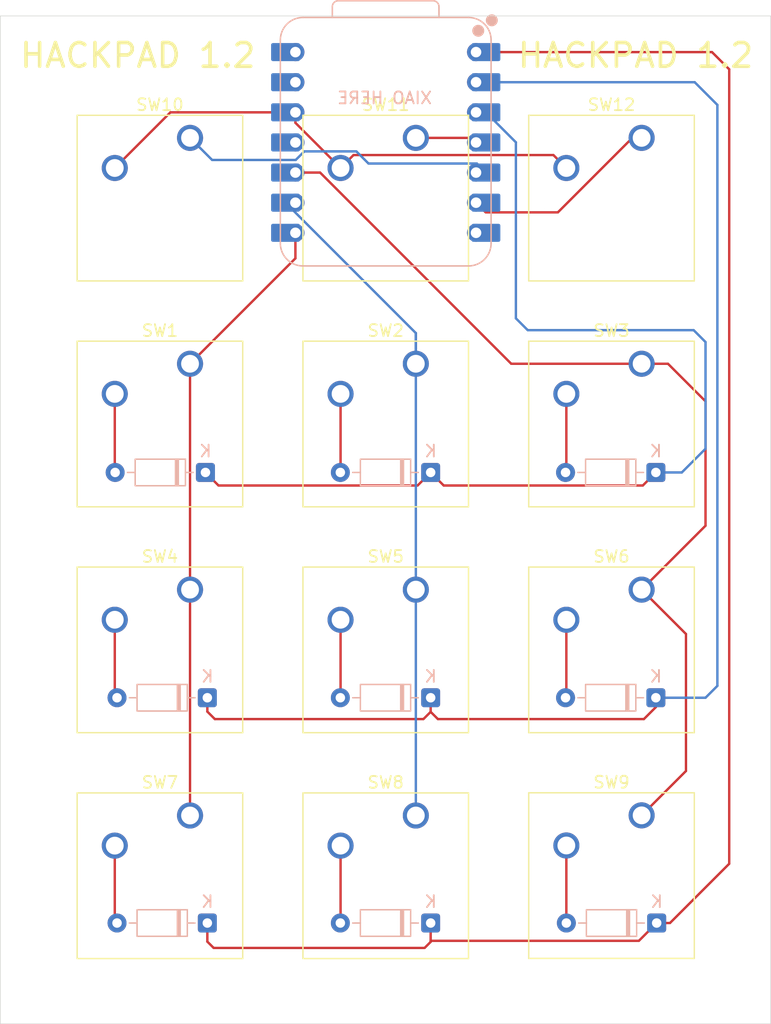
<source format=kicad_pcb>
(kicad_pcb (version 20241229) (generator "pcbnew") (generator_version "9.0")
  (layers (0 "F.Cu" signal) (2 "B.Cu" signal) (13 "F.Paste" user) (15 "B.Paste" user) (5 "F.SilkS" user "F.Silkscreen") (7 "B.SilkS" user "B.Silkscreen") (1 "F.Mask" user) (3 "B.Mask" user) (25 "Edge.Cuts" user))
  (net 0 "")
  (net 1 "Net-(D1-K)")
  (net 2 "Net-(D1-A)")
  (net 3 "Net-(D2-A)")
  (net 4 "Net-(D3-A)")
  (net 5 "Net-(D4-A)")
  (net 6 "Net-(D4-K)")
  (net 7 "Net-(D5-A)")
  (net 8 "Net-(D6-A)")
  (net 9 "Net-(D7-K)")
  (net 10 "Net-(D7-A)")
  (net 11 "Net-(D8-A)")
  (net 12 "Net-(D9-A)")
  (net 13 "Net-(U1-GPIO1{slash}RX)")
  (net 14 "Net-(U1-GPIO2{slash}SCK)")
  (net 15 "Net-(U1-GPIO4{slash}MISO)")
  (net 16 "Net-(U1-GPIO29{slash}ADC3{slash}A3)")
  (net 18 "Net-(U1-3V3)")
  (net 19 "Net-(U1-GPIO6{slash}SDA)")
  (net 20 "Net-(U1-GPIO7{slash}SCL)")
  (footprint "Button_Switch_Keyboard:SW_Cherry_MX_1.00u_PCB" (layer "F.Cu") (at 133.50875 37.7825)
    (property "Reference" "SW10" (at -2.54 -2.794 0) (layer "F.SilkS"))
    (property "Value" "SW_Push")
    (fp_line (start -9.525 -1.905) (end 4.445 -1.905) (stroke (width 0.12)) (layer "F.SilkS"))
    (fp_line (start -9.525 12.065) (end -9.525 -1.905) (stroke (width 0.12)) (layer "F.SilkS"))
    (fp_line (start 4.445 -1.905) (end 4.445 12.065) (stroke (width 0.12)) (layer "F.SilkS"))
    (fp_line (start 4.445 12.065) (end -9.525 12.065) (stroke (width 0.12)) (layer "F.SilkS"))
    (pad "" np_thru_hole circle (at -7.62 5.08) (size 1.7 1.7) (drill 1.7) (layers "*.Cu" "*.Mask"))
    (pad "" np_thru_hole circle (at -2.54 5.08) (size 4 4) (drill 4) (layers "*.Cu" "*.Mask"))
    (pad "" np_thru_hole circle (at 2.54 5.08) (size 1.7 1.7) (drill 1.7) (layers "*.Cu" "*.Mask"))
    (pad "1" thru_hole circle (at 0 0) (size 2.2 2.2) (drill 1.5) (layers "*.Cu" "*.Mask") (net 19 "Net-(U1-GPIO6{slash}SDA)"))
    (pad "2" thru_hole circle (at -6.35 2.54) (size 2.2 2.2) (drill 1.5) (layers "*.Cu" "*.Mask") (net 18 "Net-(U1-3V3)"))
  )
  (footprint "Button_Switch_Keyboard:SW_Cherry_MX_1.00u_PCB" (layer "F.Cu") (at 133.50875 75.8825)
    (property "Reference" "SW4" (at -2.54 -2.794 0) (layer "F.SilkS"))
    (property "Value" "SW_Push")
    (fp_line (start -9.525 -1.905) (end 4.445 -1.905) (stroke (width 0.12)) (layer "F.SilkS"))
    (fp_line (start -9.525 12.065) (end -9.525 -1.905) (stroke (width 0.12)) (layer "F.SilkS"))
    (fp_line (start 4.445 -1.905) (end 4.445 12.065) (stroke (width 0.12)) (layer "F.SilkS"))
    (fp_line (start 4.445 12.065) (end -9.525 12.065) (stroke (width 0.12)) (layer "F.SilkS"))
    (pad "" np_thru_hole circle (at -7.62 5.08) (size 1.7 1.7) (drill 1.7) (layers "*.Cu" "*.Mask"))
    (pad "" np_thru_hole circle (at -2.54 5.08) (size 4 4) (drill 4) (layers "*.Cu" "*.Mask"))
    (pad "" np_thru_hole circle (at 2.54 5.08) (size 1.7 1.7) (drill 1.7) (layers "*.Cu" "*.Mask"))
    (pad "1" thru_hole circle (at 0 0) (size 2.2 2.2) (drill 1.5) (layers "*.Cu" "*.Mask") (net 13 "Net-(U1-GPIO1{slash}RX)"))
    (pad "2" thru_hole circle (at -6.35 2.54) (size 2.2 2.2) (drill 1.5) (layers "*.Cu" "*.Mask") (net 5 "Net-(D4-A)"))
  )
  (footprint "Button_Switch_Keyboard:SW_Cherry_MX_1.00u_PCB" (layer "F.Cu") (at 152.55875 37.7825)
    (property "Reference" "SW11" (at -2.54 -2.794 0) (layer "F.SilkS"))
    (property "Value" "SW_Push")
    (fp_line (start -9.525 -1.905) (end 4.445 -1.905) (stroke (width 0.12)) (layer "F.SilkS"))
    (fp_line (start -9.525 12.065) (end -9.525 -1.905) (stroke (width 0.12)) (layer "F.SilkS"))
    (fp_line (start 4.445 -1.905) (end 4.445 12.065) (stroke (width 0.12)) (layer "F.SilkS"))
    (fp_line (start 4.445 12.065) (end -9.525 12.065) (stroke (width 0.12)) (layer "F.SilkS"))
    (pad "" np_thru_hole circle (at -7.62 5.08) (size 1.7 1.7) (drill 1.7) (layers "*.Cu" "*.Mask"))
    (pad "" np_thru_hole circle (at -2.54 5.08) (size 4 4) (drill 4) (layers "*.Cu" "*.Mask"))
    (pad "" np_thru_hole circle (at 2.54 5.08) (size 1.7 1.7) (drill 1.7) (layers "*.Cu" "*.Mask"))
    (pad "1" thru_hole circle (at 0 0) (size 2.2 2.2) (drill 1.5) (layers "*.Cu" "*.Mask") (net 16 "Net-(U1-GPIO29{slash}ADC3{slash}A3)"))
    (pad "2" thru_hole circle (at -6.35 2.54) (size 2.2 2.2) (drill 1.5) (layers "*.Cu" "*.Mask") (net 18 "Net-(U1-3V3)"))
  )
  (footprint "Button_Switch_Keyboard:SW_Cherry_MX_1.00u_PCB" (layer "F.Cu") (at 171.60875 75.8825)
    (property "Reference" "SW6" (at -2.54 -2.794 0) (layer "F.SilkS"))
    (property "Value" "SW_Push")
    (fp_line (start -9.525 -1.905) (end 4.445 -1.905) (stroke (width 0.12)) (layer "F.SilkS"))
    (fp_line (start -9.525 12.065) (end -9.525 -1.905) (stroke (width 0.12)) (layer "F.SilkS"))
    (fp_line (start 4.445 -1.905) (end 4.445 12.065) (stroke (width 0.12)) (layer "F.SilkS"))
    (fp_line (start 4.445 12.065) (end -9.525 12.065) (stroke (width 0.12)) (layer "F.SilkS"))
    (pad "" np_thru_hole circle (at -7.62 5.08) (size 1.7 1.7) (drill 1.7) (layers "*.Cu" "*.Mask"))
    (pad "" np_thru_hole circle (at -2.54 5.08) (size 4 4) (drill 4) (layers "*.Cu" "*.Mask"))
    (pad "" np_thru_hole circle (at 2.54 5.08) (size 1.7 1.7) (drill 1.7) (layers "*.Cu" "*.Mask"))
    (pad "1" thru_hole circle (at 0 0) (size 2.2 2.2) (drill 1.5) (layers "*.Cu" "*.Mask") (net 15 "Net-(U1-GPIO4{slash}MISO)"))
    (pad "2" thru_hole circle (at -6.35 2.54) (size 2.2 2.2) (drill 1.5) (layers "*.Cu" "*.Mask") (net 8 "Net-(D6-A)"))
  )
  (footprint "Button_Switch_Keyboard:SW_Cherry_MX_1.00u_PCB" (layer "F.Cu") (at 152.55875 56.8325)
    (property "Reference" "SW2" (at -2.54 -2.794 0) (layer "F.SilkS"))
    (property "Value" "SW_Push")
    (fp_line (start -9.525 -1.905) (end 4.445 -1.905) (stroke (width 0.12)) (layer "F.SilkS"))
    (fp_line (start -9.525 12.065) (end -9.525 -1.905) (stroke (width 0.12)) (layer "F.SilkS"))
    (fp_line (start 4.445 -1.905) (end 4.445 12.065) (stroke (width 0.12)) (layer "F.SilkS"))
    (fp_line (start 4.445 12.065) (end -9.525 12.065) (stroke (width 0.12)) (layer "F.SilkS"))
    (pad "" np_thru_hole circle (at -7.62 5.08) (size 1.7 1.7) (drill 1.7) (layers "*.Cu" "*.Mask"))
    (pad "" np_thru_hole circle (at -2.54 5.08) (size 4 4) (drill 4) (layers "*.Cu" "*.Mask"))
    (pad "" np_thru_hole circle (at 2.54 5.08) (size 1.7 1.7) (drill 1.7) (layers "*.Cu" "*.Mask"))
    (pad "1" thru_hole circle (at 0 0) (size 2.2 2.2) (drill 1.5) (layers "*.Cu" "*.Mask") (net 14 "Net-(U1-GPIO2{slash}SCK)"))
    (pad "2" thru_hole circle (at -6.35 2.54) (size 2.2 2.2) (drill 1.5) (layers "*.Cu" "*.Mask") (net 3 "Net-(D2-A)"))
  )
  (footprint "Button_Switch_Keyboard:SW_Cherry_MX_1.00u_PCB" (layer "F.Cu") (at 171.60875 37.7825)
    (property "Reference" "SW12" (at -2.54 -2.794 0) (layer "F.SilkS"))
    (property "Value" "SW_Push")
    (fp_line (start -9.525 -1.905) (end 4.445 -1.905) (stroke (width 0.12)) (layer "F.SilkS"))
    (fp_line (start -9.525 12.065) (end -9.525 -1.905) (stroke (width 0.12)) (layer "F.SilkS"))
    (fp_line (start 4.445 -1.905) (end 4.445 12.065) (stroke (width 0.12)) (layer "F.SilkS"))
    (fp_line (start 4.445 12.065) (end -9.525 12.065) (stroke (width 0.12)) (layer "F.SilkS"))
    (pad "" np_thru_hole circle (at -7.62 5.08) (size 1.7 1.7) (drill 1.7) (layers "*.Cu" "*.Mask"))
    (pad "" np_thru_hole circle (at -2.54 5.08) (size 4 4) (drill 4) (layers "*.Cu" "*.Mask"))
    (pad "" np_thru_hole circle (at 2.54 5.08) (size 1.7 1.7) (drill 1.7) (layers "*.Cu" "*.Mask"))
    (pad "1" thru_hole circle (at 0 0) (size 2.2 2.2) (drill 1.5) (layers "*.Cu" "*.Mask") (net 20 "Net-(U1-GPIO7{slash}SCL)"))
    (pad "2" thru_hole circle (at -6.35 2.54) (size 2.2 2.2) (drill 1.5) (layers "*.Cu" "*.Mask") (net 18 "Net-(U1-3V3)"))
  )
  (footprint "Button_Switch_Keyboard:SW_Cherry_MX_1.00u_PCB" (layer "F.Cu") (at 171.60875 94.92)
    (property "Reference" "SW9" (at -2.54 -2.794 0) (layer "F.SilkS"))
    (property "Value" "SW_Push")
    (fp_line (start -9.525 -1.905) (end 4.445 -1.905) (stroke (width 0.12)) (layer "F.SilkS"))
    (fp_line (start -9.525 12.065) (end -9.525 -1.905) (stroke (width 0.12)) (layer "F.SilkS"))
    (fp_line (start 4.445 -1.905) (end 4.445 12.065) (stroke (width 0.12)) (layer "F.SilkS"))
    (fp_line (start 4.445 12.065) (end -9.525 12.065) (stroke (width 0.12)) (layer "F.SilkS"))
    (pad "" np_thru_hole circle (at -7.62 5.08) (size 1.7 1.7) (drill 1.7) (layers "*.Cu" "*.Mask"))
    (pad "" np_thru_hole circle (at -2.54 5.08) (size 4 4) (drill 4) (layers "*.Cu" "*.Mask"))
    (pad "" np_thru_hole circle (at 2.54 5.08) (size 1.7 1.7) (drill 1.7) (layers "*.Cu" "*.Mask"))
    (pad "1" thru_hole circle (at 0 0) (size 2.2 2.2) (drill 1.5) (layers "*.Cu" "*.Mask") (net 15 "Net-(U1-GPIO4{slash}MISO)"))
    (pad "2" thru_hole circle (at -6.35 2.54) (size 2.2 2.2) (drill 1.5) (layers "*.Cu" "*.Mask") (net 12 "Net-(D9-A)"))
  )
  (footprint "Button_Switch_Keyboard:SW_Cherry_MX_1.00u_PCB" (layer "F.Cu") (at 152.55875 75.8825)
    (property "Reference" "SW5" (at -2.54 -2.794 0) (layer "F.SilkS"))
    (property "Value" "SW_Push")
    (fp_line (start -9.525 -1.905) (end 4.445 -1.905) (stroke (width 0.12)) (layer "F.SilkS"))
    (fp_line (start -9.525 12.065) (end -9.525 -1.905) (stroke (width 0.12)) (layer "F.SilkS"))
    (fp_line (start 4.445 -1.905) (end 4.445 12.065) (stroke (width 0.12)) (layer "F.SilkS"))
    (fp_line (start 4.445 12.065) (end -9.525 12.065) (stroke (width 0.12)) (layer "F.SilkS"))
    (pad "" np_thru_hole circle (at -7.62 5.08) (size 1.7 1.7) (drill 1.7) (layers "*.Cu" "*.Mask"))
    (pad "" np_thru_hole circle (at -2.54 5.08) (size 4 4) (drill 4) (layers "*.Cu" "*.Mask"))
    (pad "" np_thru_hole circle (at 2.54 5.08) (size 1.7 1.7) (drill 1.7) (layers "*.Cu" "*.Mask"))
    (pad "1" thru_hole circle (at 0 0) (size 2.2 2.2) (drill 1.5) (layers "*.Cu" "*.Mask") (net 14 "Net-(U1-GPIO2{slash}SCK)"))
    (pad "2" thru_hole circle (at -6.35 2.54) (size 2.2 2.2) (drill 1.5) (layers "*.Cu" "*.Mask") (net 7 "Net-(D5-A)"))
  )
  (footprint "Button_Switch_Keyboard:SW_Cherry_MX_1.00u_PCB" (layer "F.Cu") (at 133.50875 94.9325)
    (property "Reference" "SW7" (at -2.54 -2.794 0) (layer "F.SilkS"))
    (property "Value" "SW_Push")
    (fp_line (start -9.525 -1.905) (end 4.445 -1.905) (stroke (width 0.12)) (layer "F.SilkS"))
    (fp_line (start -9.525 12.065) (end -9.525 -1.905) (stroke (width 0.12)) (layer "F.SilkS"))
    (fp_line (start 4.445 -1.905) (end 4.445 12.065) (stroke (width 0.12)) (layer "F.SilkS"))
    (fp_line (start 4.445 12.065) (end -9.525 12.065) (stroke (width 0.12)) (layer "F.SilkS"))
    (pad "" np_thru_hole circle (at -7.62 5.08) (size 1.7 1.7) (drill 1.7) (layers "*.Cu" "*.Mask"))
    (pad "" np_thru_hole circle (at -2.54 5.08) (size 4 4) (drill 4) (layers "*.Cu" "*.Mask"))
    (pad "" np_thru_hole circle (at 2.54 5.08) (size 1.7 1.7) (drill 1.7) (layers "*.Cu" "*.Mask"))
    (pad "1" thru_hole circle (at 0 0) (size 2.2 2.2) (drill 1.5) (layers "*.Cu" "*.Mask") (net 13 "Net-(U1-GPIO1{slash}RX)"))
    (pad "2" thru_hole circle (at -6.35 2.54) (size 2.2 2.2) (drill 1.5) (layers "*.Cu" "*.Mask") (net 10 "Net-(D7-A)"))
  )
  (footprint "Button_Switch_Keyboard:SW_Cherry_MX_1.00u_PCB" (layer "F.Cu") (at 171.60875 56.8325)
    (property "Reference" "SW3" (at -2.54 -2.794 0) (layer "F.SilkS"))
    (property "Value" "SW_Push")
    (fp_line (start -9.525 -1.905) (end 4.445 -1.905) (stroke (width 0.12)) (layer "F.SilkS"))
    (fp_line (start -9.525 12.065) (end -9.525 -1.905) (stroke (width 0.12)) (layer "F.SilkS"))
    (fp_line (start 4.445 -1.905) (end 4.445 12.065) (stroke (width 0.12)) (layer "F.SilkS"))
    (fp_line (start 4.445 12.065) (end -9.525 12.065) (stroke (width 0.12)) (layer "F.SilkS"))
    (pad "" np_thru_hole circle (at -7.62 5.08) (size 1.7 1.7) (drill 1.7) (layers "*.Cu" "*.Mask"))
    (pad "" np_thru_hole circle (at -2.54 5.08) (size 4 4) (drill 4) (layers "*.Cu" "*.Mask"))
    (pad "" np_thru_hole circle (at 2.54 5.08) (size 1.7 1.7) (drill 1.7) (layers "*.Cu" "*.Mask"))
    (pad "1" thru_hole circle (at 0 0) (size 2.2 2.2) (drill 1.5) (layers "*.Cu" "*.Mask") (net 15 "Net-(U1-GPIO4{slash}MISO)"))
    (pad "2" thru_hole circle (at -6.35 2.54) (size 2.2 2.2) (drill 1.5) (layers "*.Cu" "*.Mask") (net 4 "Net-(D3-A)"))
  )
  (footprint "Button_Switch_Keyboard:SW_Cherry_MX_1.00u_PCB" (layer "F.Cu") (at 133.50875 56.8325)
    (property "Reference" "SW1" (at -2.54 -2.794 0) (layer "F.SilkS"))
    (property "Value" "SW_Push")
    (fp_line (start -9.525 -1.905) (end 4.445 -1.905) (stroke (width 0.12)) (layer "F.SilkS"))
    (fp_line (start -9.525 12.065) (end -9.525 -1.905) (stroke (width 0.12)) (layer "F.SilkS"))
    (fp_line (start 4.445 -1.905) (end 4.445 12.065) (stroke (width 0.12)) (layer "F.SilkS"))
    (fp_line (start 4.445 12.065) (end -9.525 12.065) (stroke (width 0.12)) (layer "F.SilkS"))
    (pad "" np_thru_hole circle (at -7.62 5.08) (size 1.7 1.7) (drill 1.7) (layers "*.Cu" "*.Mask"))
    (pad "" np_thru_hole circle (at -2.54 5.08) (size 4 4) (drill 4) (layers "*.Cu" "*.Mask"))
    (pad "" np_thru_hole circle (at 2.54 5.08) (size 1.7 1.7) (drill 1.7) (layers "*.Cu" "*.Mask"))
    (pad "1" thru_hole circle (at 0 0) (size 2.2 2.2) (drill 1.5) (layers "*.Cu" "*.Mask") (net 13 "Net-(U1-GPIO1{slash}RX)"))
    (pad "2" thru_hole circle (at -6.35 2.54) (size 2.2 2.2) (drill 1.5) (layers "*.Cu" "*.Mask") (net 2 "Net-(D1-A)"))
  )
  (footprint "Button_Switch_Keyboard:SW_Cherry_MX_1.00u_PCB" (layer "F.Cu") (at 152.55875 94.9325)
    (property "Reference" "SW8" (at -2.54 -2.794 0) (layer "F.SilkS"))
    (property "Value" "SW_Push")
    (fp_line (start -9.525 -1.905) (end 4.445 -1.905) (stroke (width 0.12)) (layer "F.SilkS"))
    (fp_line (start -9.525 12.065) (end -9.525 -1.905) (stroke (width 0.12)) (layer "F.SilkS"))
    (fp_line (start 4.445 -1.905) (end 4.445 12.065) (stroke (width 0.12)) (layer "F.SilkS"))
    (fp_line (start 4.445 12.065) (end -9.525 12.065) (stroke (width 0.12)) (layer "F.SilkS"))
    (pad "" np_thru_hole circle (at -7.62 5.08) (size 1.7 1.7) (drill 1.7) (layers "*.Cu" "*.Mask"))
    (pad "" np_thru_hole circle (at -2.54 5.08) (size 4 4) (drill 4) (layers "*.Cu" "*.Mask"))
    (pad "" np_thru_hole circle (at 2.54 5.08) (size 1.7 1.7) (drill 1.7) (layers "*.Cu" "*.Mask"))
    (pad "1" thru_hole circle (at 0 0) (size 2.2 2.2) (drill 1.5) (layers "*.Cu" "*.Mask") (net 14 "Net-(U1-GPIO2{slash}SCK)"))
    (pad "2" thru_hole circle (at -6.35 2.54) (size 2.2 2.2) (drill 1.5) (layers "*.Cu" "*.Mask") (net 11 "Net-(D8-A)"))
  )
  (footprint "Diode_THT:D_DO-35_SOD27_P7.62mm_Horizontal" (layer "B.Cu") (at 134.81 66 180)
    (property "Reference" "D1" (hide yes))
    (property "Value" "1N4148" (hide yes))
    (fp_line (start 6.58 0) (end 5.93 0) (stroke (width 0.12)) (layer "B.SilkS"))
    (fp_line (start 2.53 1.12) (end 2.53 -1.12) (stroke (width 0.12)) (layer "B.SilkS"))
    (fp_line (start 2.41 1.12) (end 2.41 -1.12) (stroke (width 0.12)) (layer "B.SilkS"))
    (fp_line (start 2.29 1.12) (end 2.29 -1.12) (stroke (width 0.12)) (layer "B.SilkS"))
    (fp_line (start 1.04 0) (end 1.69 0) (stroke (width 0.12)) (layer "B.SilkS"))
    (fp_rect (start 1.69 1.12) (end 5.93 -1.12) (stroke (width 0.12)) (fill no) (layer "B.SilkS"))
    (fp_text user "K" (at 0 1.8 0) (layer "B.SilkS") (effects (justify mirror)))
    (pad "1" thru_hole roundrect (at 0 0 180) (size 1.6 1.6) (drill 0.8) (layers "*.Cu" "*.Mask") (roundrect_rratio 0.15625) (net 1 "Net-(D1-K)"))
    (pad "2" thru_hole circle (at 7.62 0 180) (size 1.6 1.6) (drill 0.8) (layers "*.Cu" "*.Mask") (net 2 "Net-(D1-A)"))
  )
  (footprint "Diode_THT:D_DO-35_SOD27_P7.62mm_Horizontal" (layer "B.Cu") (at 172.87875 104 180)
    (property "Reference" "D9" (hide yes))
    (property "Value" "1N4148" (hide yes))
    (fp_line (start 6.58 0) (end 5.93 0) (stroke (width 0.12)) (layer "B.SilkS"))
    (fp_line (start 2.53 1.12) (end 2.53 -1.12) (stroke (width 0.12)) (layer "B.SilkS"))
    (fp_line (start 2.41 1.12) (end 2.41 -1.12) (stroke (width 0.12)) (layer "B.SilkS"))
    (fp_line (start 2.29 1.12) (end 2.29 -1.12) (stroke (width 0.12)) (layer "B.SilkS"))
    (fp_line (start 1.04 0) (end 1.69 0) (stroke (width 0.12)) (layer "B.SilkS"))
    (fp_rect (start 1.69 1.12) (end 5.93 -1.12) (stroke (width 0.12)) (fill no) (layer "B.SilkS"))
    (fp_text user "K" (at 0 1.8 0) (layer "B.SilkS") (effects (justify mirror)))
    (pad "1" thru_hole roundrect (at 0 0 180) (size 1.6 1.6) (drill 0.8) (layers "*.Cu" "*.Mask") (roundrect_rratio 0.15625) (net 9 "Net-(D7-K)"))
    (pad "2" thru_hole circle (at 7.62 0 180) (size 1.6 1.6) (drill 0.8) (layers "*.Cu" "*.Mask") (net 12 "Net-(D9-A)"))
  )
  (footprint "Diode_THT:D_DO-35_SOD27_P7.62mm_Horizontal" (layer "B.Cu") (at 172.81 66 180)
    (property "Reference" "D3" (hide yes))
    (property "Value" "1N4148" (hide yes))
    (fp_line (start 6.58 0) (end 5.93 0) (stroke (width 0.12)) (layer "B.SilkS"))
    (fp_line (start 2.53 1.12) (end 2.53 -1.12) (stroke (width 0.12)) (layer "B.SilkS"))
    (fp_line (start 2.41 1.12) (end 2.41 -1.12) (stroke (width 0.12)) (layer "B.SilkS"))
    (fp_line (start 2.29 1.12) (end 2.29 -1.12) (stroke (width 0.12)) (layer "B.SilkS"))
    (fp_line (start 1.04 0) (end 1.69 0) (stroke (width 0.12)) (layer "B.SilkS"))
    (fp_rect (start 1.69 1.12) (end 5.93 -1.12) (stroke (width 0.12)) (fill no) (layer "B.SilkS"))
    (fp_text user "K" (at 0 1.8 0) (layer "B.SilkS") (effects (justify mirror)))
    (pad "1" thru_hole roundrect (at 0 0 180) (size 1.6 1.6) (drill 0.8) (layers "*.Cu" "*.Mask") (roundrect_rratio 0.15625) (net 1 "Net-(D1-K)"))
    (pad "2" thru_hole circle (at 7.62 0 180) (size 1.6 1.6) (drill 0.8) (layers "*.Cu" "*.Mask") (net 4 "Net-(D3-A)"))
  )
  (footprint "Diode_THT:D_DO-35_SOD27_P7.62mm_Horizontal" (layer "B.Cu") (at 134.96875 85 180)
    (property "Reference" "D4" (hide yes))
    (property "Value" "1N4148" (hide yes))
    (fp_line (start 6.58 0) (end 5.93 0) (stroke (width 0.12)) (layer "B.SilkS"))
    (fp_line (start 2.53 1.12) (end 2.53 -1.12) (stroke (width 0.12)) (layer "B.SilkS"))
    (fp_line (start 2.41 1.12) (end 2.41 -1.12) (stroke (width 0.12)) (layer "B.SilkS"))
    (fp_line (start 2.29 1.12) (end 2.29 -1.12) (stroke (width 0.12)) (layer "B.SilkS"))
    (fp_line (start 1.04 0) (end 1.69 0) (stroke (width 0.12)) (layer "B.SilkS"))
    (fp_rect (start 1.69 1.12) (end 5.93 -1.12) (stroke (width 0.12)) (fill no) (layer "B.SilkS"))
    (fp_text user "K" (at 0 1.8 0) (layer "B.SilkS") (effects (justify mirror)))
    (pad "1" thru_hole roundrect (at 0 0 180) (size 1.6 1.6) (drill 0.8) (layers "*.Cu" "*.Mask") (roundrect_rratio 0.15625) (net 6 "Net-(D4-K)"))
    (pad "2" thru_hole circle (at 7.62 0 180) (size 1.6 1.6) (drill 0.8) (layers "*.Cu" "*.Mask") (net 5 "Net-(D4-A)"))
  )
  (footprint "Diode_THT:D_DO-35_SOD27_P7.62mm_Horizontal" (layer "B.Cu") (at 134.96875 104 180)
    (property "Reference" "D7" (hide yes))
    (property "Value" "1N4148" (hide yes))
    (fp_line (start 6.58 0) (end 5.93 0) (stroke (width 0.12)) (layer "B.SilkS"))
    (fp_line (start 2.53 1.12) (end 2.53 -1.12) (stroke (width 0.12)) (layer "B.SilkS"))
    (fp_line (start 2.41 1.12) (end 2.41 -1.12) (stroke (width 0.12)) (layer "B.SilkS"))
    (fp_line (start 2.29 1.12) (end 2.29 -1.12) (stroke (width 0.12)) (layer "B.SilkS"))
    (fp_line (start 1.04 0) (end 1.69 0) (stroke (width 0.12)) (layer "B.SilkS"))
    (fp_rect (start 1.69 1.12) (end 5.93 -1.12) (stroke (width 0.12)) (fill no) (layer "B.SilkS"))
    (fp_text user "K" (at 0 1.8 0) (layer "B.SilkS") (effects (justify mirror)))
    (pad "1" thru_hole roundrect (at 0 0 180) (size 1.6 1.6) (drill 0.8) (layers "*.Cu" "*.Mask") (roundrect_rratio 0.15625) (net 9 "Net-(D7-K)"))
    (pad "2" thru_hole circle (at 7.62 0 180) (size 1.6 1.6) (drill 0.8) (layers "*.Cu" "*.Mask") (net 10 "Net-(D7-A)"))
  )
  (footprint "Diode_THT:D_DO-35_SOD27_P7.62mm_Horizontal" (layer "B.Cu") (at 153.81 104 180)
    (property "Reference" "D8" (hide yes))
    (property "Value" "1N4148" (hide yes))
    (fp_line (start 6.58 0) (end 5.93 0) (stroke (width 0.12)) (layer "B.SilkS"))
    (fp_line (start 2.53 1.12) (end 2.53 -1.12) (stroke (width 0.12)) (layer "B.SilkS"))
    (fp_line (start 2.41 1.12) (end 2.41 -1.12) (stroke (width 0.12)) (layer "B.SilkS"))
    (fp_line (start 2.29 1.12) (end 2.29 -1.12) (stroke (width 0.12)) (layer "B.SilkS"))
    (fp_line (start 1.04 0) (end 1.69 0) (stroke (width 0.12)) (layer "B.SilkS"))
    (fp_rect (start 1.69 1.12) (end 5.93 -1.12) (stroke (width 0.12)) (fill no) (layer "B.SilkS"))
    (fp_text user "K" (at 0 1.8 0) (layer "B.SilkS") (effects (justify mirror)))
    (pad "1" thru_hole roundrect (at 0 0 180) (size 1.6 1.6) (drill 0.8) (layers "*.Cu" "*.Mask") (roundrect_rratio 0.15625) (net 9 "Net-(D7-K)"))
    (pad "2" thru_hole circle (at 7.62 0 180) (size 1.6 1.6) (drill 0.8) (layers "*.Cu" "*.Mask") (net 11 "Net-(D8-A)"))
  )
  (footprint "micropad foot:XIAO-RP2040-DIP" (layer "B.Cu") (at 150.01875 38.1685 180)
    (property "Reference" "U1" (hide yes))
    (property "Value" "XIAO-RP2040-DIP")
    (fp_line (start 8.89 -8.509) (end 8.89 8.636) (stroke (width 0.127)) (layer "B.SilkS"))
    (fp_line (start 6.985 10.541) (end -6.985 10.541) (stroke (width 0.1)) (layer "B.SilkS"))
    (fp_line (start 6.985 10.541) (end -6.985 10.541) (stroke (width 0.127)) (layer "B.SilkS"))
    (fp_line (start 4.504 11.451) (end 4.504 10.541) (stroke (width 0.127)) (layer "B.SilkS"))
    (fp_line (start -3.991272 11.951) (end 4.004 11.951) (stroke (width 0.127)) (layer "B.SilkS"))
    (fp_line (start -4.495 10.541) (end -4.491272 11.451272) (stroke (width 0.127)) (layer "B.SilkS"))
    (fp_line (start -6.985 -10.414) (end 6.985 -10.414) (stroke (width 0.127)) (layer "B.SilkS"))
    (fp_line (start -8.89 -8.509) (end -8.89 8.636) (stroke (width 0.127)) (layer "B.SilkS"))
    (fp_arc (start 8.89 8.636) (mid 8.332038 9.983038) (end 6.985 10.541) (stroke (width 0.127)) (layer "B.SilkS"))
    (fp_arc (start 6.985 -10.414) (mid 8.332038 -9.856038) (end 8.89 -8.509) (stroke (width 0.127)) (layer "B.SilkS"))
    (fp_arc (start 4.504 11.451) (mid 4.357553 11.804553) (end 4.004 11.951) (stroke (width 0.127)) (layer "B.SilkS"))
    (fp_arc (start -3.991272 11.951) (mid -4.344724 11.804644) (end -4.491272 11.451272) (stroke (width 0.127)) (layer "B.SilkS"))
    (fp_arc (start -6.985 10.541) (mid -8.332038 9.983038) (end -8.89 8.636) (stroke (width 0.127)) (layer "B.SilkS"))
    (fp_arc (start -8.89 -8.509) (mid -8.332038 -9.856038) (end -6.985 -10.414) (stroke (width 0.127)) (layer "B.SilkS"))
    (fp_circle (center -7.807 9.42) (end -7.807 9.674) (stroke (width 0.5)) (fill yes) (layer "B.SilkS"))
    (fp_circle (center -8.95 10.3) (end -8.95 10.554) (stroke (width 0.5)) (fill yes) (layer "B.SilkS"))
    (pad "1" smd roundrect (at -8.455 7.62) (size 2.432 1.524) (layers "B.Cu" "B.Mask") (roundrect_rratio 0.1) (net 9 "Net-(D7-K)"))
    (pad "1" thru_hole circle (at -7.62 7.62) (size 1.524 1.524) (drill 0.889) (layers "*.Cu" "*.Mask") (net 9 "Net-(D7-K)"))
    (pad "2" smd roundrect (at -8.455 5.08) (size 2.432 1.524) (layers "B.Cu" "B.Mask") (roundrect_rratio 0.1) (net 6 "Net-(D4-K)"))
    (pad "2" thru_hole circle (at -7.62 5.08) (size 1.524 1.524) (drill 0.889) (layers "*.Cu" "*.Mask") (net 6 "Net-(D4-K)"))
    (pad "3" smd roundrect (at -8.455 2.54) (size 2.432 1.524) (layers "B.Cu" "B.Mask") (roundrect_rratio 0.1) (net 1 "Net-(D1-K)"))
    (pad "3" thru_hole circle (at -7.62 2.54) (size 1.524 1.524) (drill 0.889) (layers "*.Cu" "*.Mask") (net 1 "Net-(D1-K)"))
    (pad "4" smd roundrect (at -8.455 0) (size 2.432 1.524) (layers "B.Cu" "B.Mask") (roundrect_rratio 0.1) (net 16 "Net-(U1-GPIO29{slash}ADC3{slash}A3)"))
    (pad "4" thru_hole circle (at -7.62 0) (size 1.524 1.524) (drill 0.889) (layers "*.Cu" "*.Mask") (net 16 "Net-(U1-GPIO29{slash}ADC3{slash}A3)"))
    (pad "5" smd roundrect (at -8.455 -2.54) (size 2.432 1.524) (layers "B.Cu" "B.Mask") (roundrect_rratio 0.1) (net 19 "Net-(U1-GPIO6{slash}SDA)"))
    (pad "5" thru_hole circle (at -7.62 -2.54) (size 1.524 1.524) (drill 0.889) (layers "*.Cu" "*.Mask") (net 19 "Net-(U1-GPIO6{slash}SDA)"))
    (pad "6" smd roundrect (at -8.455 -5.08) (size 2.432 1.524) (layers "B.Cu" "B.Mask") (roundrect_rratio 0.1) (net 20 "Net-(U1-GPIO7{slash}SCL)"))
    (pad "6" thru_hole circle (at -7.62 -5.08) (size 1.524 1.524) (drill 0.889) (layers "*.Cu" "*.Mask") (net 20 "Net-(U1-GPIO7{slash}SCL)"))
    (pad "7" smd roundrect (at -8.455 -7.62) (size 2.432 1.524) (layers "B.Cu" "B.Mask") (roundrect_rratio 0.1))
    (pad "7" thru_hole circle (at -7.62 -7.62) (size 1.524 1.524) (drill 0.889) (layers "*.Cu" "*.Mask"))
    (pad "8" thru_hole circle (at 7.62 -7.62 180) (size 1.524 1.524) (drill 0.889) (layers "*.Cu" "*.Mask") (net 13 "Net-(U1-GPIO1{slash}RX)"))
    (pad "8" smd roundrect (at 8.455 -7.62 180) (size 2.432 1.524) (layers "B.Cu" "B.Mask") (roundrect_rratio 0.1) (net 13 "Net-(U1-GPIO1{slash}RX)"))
    (pad "9" thru_hole circle (at 7.62 -5.08 180) (size 1.524 1.524) (drill 0.889) (layers "*.Cu" "*.Mask") (net 14 "Net-(U1-GPIO2{slash}SCK)"))
    (pad "9" smd roundrect (at 8.455 -5.08 180) (size 2.432 1.524) (layers "B.Cu" "B.Mask") (roundrect_rratio 0.1) (net 14 "Net-(U1-GPIO2{slash}SCK)"))
    (pad "10" thru_hole circle (at 7.62 -2.54 180) (size 1.524 1.524) (drill 0.889) (layers "*.Cu" "*.Mask") (net 15 "Net-(U1-GPIO4{slash}MISO)"))
    (pad "10" smd roundrect (at 8.455 -2.54 180) (size 2.432 1.524) (layers "B.Cu" "B.Mask") (roundrect_rratio 0.1) (net 15 "Net-(U1-GPIO4{slash}MISO)"))
    (pad "11" thru_hole circle (at 7.62 0 180) (size 1.524 1.524) (drill 0.889) (layers "*.Cu" "*.Mask"))
    (pad "11" smd roundrect (at 8.455 0 180) (size 2.432 1.524) (layers "B.Cu" "B.Mask") (roundrect_rratio 0.1))
    (pad "12" thru_hole circle (at 7.62 2.54 180) (size 1.524 1.524) (drill 0.889) (layers "*.Cu" "*.Mask") (net 18 "Net-(U1-3V3)"))
    (pad "12" smd roundrect (at 8.455 2.54 180) (size 2.432 1.524) (layers "B.Cu" "B.Mask") (roundrect_rratio 0.1) (net 18 "Net-(U1-3V3)"))
    (pad "13" thru_hole circle (at 7.62 5.08 180) (size 1.524 1.524) (drill 0.889) (layers "*.Cu" "*.Mask"))
    (pad "13" smd roundrect (at 8.455 5.08 180) (size 2.432 1.524) (layers "B.Cu" "B.Mask") (roundrect_rratio 0.1))
    (pad "14" thru_hole circle (at 7.62 7.62 180) (size 1.524 1.524) (drill 0.889) (layers "*.Cu" "*.Mask"))
    (pad "14" smd roundrect (at 8.455 7.62 180) (size 2.432 1.524) (layers "B.Cu" "B.Mask") (roundrect_rratio 0.1))
  )
  (footprint "Diode_THT:D_DO-35_SOD27_P7.62mm_Horizontal" (layer "B.Cu") (at 153.81 85 180)
    (property "Reference" "D5" (hide yes))
    (property "Value" "1N4148" (hide yes))
    (fp_line (start 6.58 0) (end 5.93 0) (stroke (width 0.12)) (layer "B.SilkS"))
    (fp_line (start 2.53 1.12) (end 2.53 -1.12) (stroke (width 0.12)) (layer "B.SilkS"))
    (fp_line (start 2.41 1.12) (end 2.41 -1.12) (stroke (width 0.12)) (layer "B.SilkS"))
    (fp_line (start 2.29 1.12) (end 2.29 -1.12) (stroke (width 0.12)) (layer "B.SilkS"))
    (fp_line (start 1.04 0) (end 1.69 0) (stroke (width 0.12)) (layer "B.SilkS"))
    (fp_rect (start 1.69 1.12) (end 5.93 -1.12) (stroke (width 0.12)) (fill no) (layer "B.SilkS"))
    (fp_text user "K" (at 0 1.8 0) (layer "B.SilkS") (effects (justify mirror)))
    (pad "1" thru_hole roundrect (at 0 0 180) (size 1.6 1.6) (drill 0.8) (layers "*.Cu" "*.Mask") (roundrect_rratio 0.15625) (net 6 "Net-(D4-K)"))
    (pad "2" thru_hole circle (at 7.62 0 180) (size 1.6 1.6) (drill 0.8) (layers "*.Cu" "*.Mask") (net 7 "Net-(D5-A)"))
  )
  (footprint "Diode_THT:D_DO-35_SOD27_P7.62mm_Horizontal" (layer "B.Cu") (at 153.81 66 180)
    (property "Reference" "D2" (hide yes))
    (property "Value" "1N4148" (hide yes))
    (fp_line (start 6.58 0) (end 5.93 0) (stroke (width 0.12)) (layer "B.SilkS"))
    (fp_line (start 2.53 1.12) (end 2.53 -1.12) (stroke (width 0.12)) (layer "B.SilkS"))
    (fp_line (start 2.41 1.12) (end 2.41 -1.12) (stroke (width 0.12)) (layer "B.SilkS"))
    (fp_line (start 2.29 1.12) (end 2.29 -1.12) (stroke (width 0.12)) (layer "B.SilkS"))
    (fp_line (start 1.04 0) (end 1.69 0) (stroke (width 0.12)) (layer "B.SilkS"))
    (fp_rect (start 1.69 1.12) (end 5.93 -1.12) (stroke (width 0.12)) (fill no) (layer "B.SilkS"))
    (fp_text user "K" (at 0 1.8 0) (layer "B.SilkS") (effects (justify mirror)))
    (pad "1" thru_hole roundrect (at 0 0 180) (size 1.6 1.6) (drill 0.8) (layers "*.Cu" "*.Mask") (roundrect_rratio 0.15625) (net 1 "Net-(D1-K)"))
    (pad "2" thru_hole circle (at 7.62 0 180) (size 1.6 1.6) (drill 0.8) (layers "*.Cu" "*.Mask") (net 3 "Net-(D2-A)"))
  )
  (footprint "Diode_THT:D_DO-35_SOD27_P7.62mm_Horizontal" (layer "B.Cu") (at 172.81 85 180)
    (property "Reference" "D6" (hide yes))
    (property "Value" "1N4148" (hide yes))
    (fp_line (start 6.58 0) (end 5.93 0) (stroke (width 0.12)) (layer "B.SilkS"))
    (fp_line (start 2.53 1.12) (end 2.53 -1.12) (stroke (width 0.12)) (layer "B.SilkS"))
    (fp_line (start 2.41 1.12) (end 2.41 -1.12) (stroke (width 0.12)) (layer "B.SilkS"))
    (fp_line (start 2.29 1.12) (end 2.29 -1.12) (stroke (width 0.12)) (layer "B.SilkS"))
    (fp_line (start 1.04 0) (end 1.69 0) (stroke (width 0.12)) (layer "B.SilkS"))
    (fp_rect (start 1.69 1.12) (end 5.93 -1.12) (stroke (width 0.12)) (fill no) (layer "B.SilkS"))
    (fp_text user "K" (at 0 1.8 0) (layer "B.SilkS") (effects (justify mirror)))
    (pad "1" thru_hole roundrect (at 0 0 180) (size 1.6 1.6) (drill 0.8) (layers "*.Cu" "*.Mask") (roundrect_rratio 0.15625) (net 6 "Net-(D4-K)"))
    (pad "2" thru_hole circle (at 7.62 0 180) (size 1.6 1.6) (drill 0.8) (layers "*.Cu" "*.Mask") (net 8 "Net-(D6-A)"))
  )
  (gr_rect (start 117.5 27.5) (end 182.5 112.5) (stroke (width 0.05)) (fill no) (layer "Edge.Cuts"))
  (gr_text "HACKPAD 1.2" (at 161 32 0) (layer "F.SilkS") (effects (font (size 2 2) (thickness 0.3)) (justify left bottom)))
  (gr_text "HACKPAD 1.2" (at 119 32 0) (layer "F.SilkS") (effects (font (size 2 2) (thickness 0.3)) (justify left bottom)))
  (gr_text "XIAO HERE" (at 154 35 -0) (layer "B.SilkS") (effects (font (size 1 1)) (justify left bottom mirror)))
  (segment (start 135.911 67.101) (end 152.709 67.101) (width 0.2) (layer "F.Cu") (net 1))
  (segment (start 153.81 66) (end 154.911 67.101) (width 0.2) (layer "F.Cu") (net 1))
  (segment (start 171.709 67.101) (end 172.81 66) (width 0.2) (layer "F.Cu") (net 1))
  (segment (start 152.709 67.101) (end 153.81 66) (width 0.2) (layer "F.Cu") (net 1))
  (segment (start 154.911 67.101) (end 171.709 67.101) (width 0.2) (layer "F.Cu") (net 1))
  (segment (start 134.81 66) (end 135.911 67.101) (width 0.2) (layer "F.Cu") (net 1))
  (segment (start 177 55) (end 177 64) (width 0.2) (layer "B.Cu") (net 1))
  (segment (start 162 54) (end 176 54) (width 0.2) (layer "B.Cu") (net 1))
  (segment (start 175 66) (end 172.81 66) (width 0.2) (layer "B.Cu") (net 1))
  (segment (start 161 53) (end 162 54) (width 0.2) (layer "B.Cu") (net 1))
  (segment (start 158.47375 35.6285) (end 161 38.15475) (width 0.2) (layer "B.Cu") (net 1))
  (segment (start 161 38.15475) (end 161 53) (width 0.2) (layer "B.Cu") (net 1))
  (segment (start 177 64) (end 175 66) (width 0.2) (layer "B.Cu") (net 1))
  (segment (start 176 54) (end 177 55) (width 0.2) (layer "B.Cu") (net 1))
  (segment (start 127.15875 65.96875) (end 127.19 66) (width 0.2) (layer "F.Cu") (net 2))
  (segment (start 127.15875 59.3725) (end 127.15875 65.96875) (width 0.2) (layer "F.Cu") (net 2))
  (segment (start 146.20875 65.98125) (end 146.19 66) (width 0.2) (layer "F.Cu") (net 3))
  (segment (start 146.20875 59.3725) (end 146.20875 65.98125) (width 0.2) (layer "F.Cu") (net 3))
  (segment (start 165.25875 59.3725) (end 165.25875 65.93125) (width 0.2) (layer "F.Cu") (net 4))
  (segment (start 165.25875 65.93125) (end 165.19 66) (width 0.2) (layer "F.Cu") (net 4))
  (segment (start 127.15875 84.81) (end 127.34875 85) (width 0.2) (layer "F.Cu") (net 5))
  (segment (start 127.15875 78.4225) (end 127.15875 84.81) (width 0.2) (layer "F.Cu") (net 5))
  (segment (start 153.81 86.19) (end 154.42 86.8) (width 0.2) (layer "F.Cu") (net 6))
  (segment (start 154.42 86.8) (end 171.8 86.8) (width 0.2) (layer "F.Cu") (net 6))
  (segment (start 135.6 86.8) (end 153.2 86.8) (width 0.2) (layer "F.Cu") (net 6))
  (segment (start 134.96875 85) (end 134.96875 86.16875) (width 0.2) (layer "F.Cu") (net 6))
  (segment (start 171.8 86.8) (end 172.81 85.79) (width 0.2) (layer "F.Cu") (net 6))
  (segment (start 153.2 86.8) (end 153.81 86.19) (width 0.2) (layer "F.Cu") (net 6))
  (segment (start 153.81 86.19) (end 153.81 85) (width 0.2) (layer "F.Cu") (net 6))
  (segment (start 172.81 85.79) (end 172.81 85) (width 0.2) (layer "F.Cu") (net 6))
  (segment (start 134.96875 86.16875) (end 135.6 86.8) (width 0.2) (layer "F.Cu") (net 6))
  (segment (start 176.0885 33.0885) (end 178 35) (width 0.2) (layer "B.Cu") (net 6))
  (segment (start 178 35) (end 178 84) (width 0.2) (layer "B.Cu") (net 6))
  (segment (start 177 85) (end 172.81 85) (width 0.2) (layer "B.Cu") (net 6))
  (segment (start 178 84) (end 177 85) (width 0.2) (layer "B.Cu") (net 6))
  (segment (start 158.47375 33.0885) (end 176.0885 33.0885) (width 0.2) (layer "B.Cu") (net 6))
  (segment (start 146.20875 84.98125) (end 146.19 85) (width 0.2) (layer "F.Cu") (net 7))
  (segment (start 146.20875 78.4225) (end 146.20875 84.98125) (width 0.2) (layer "F.Cu") (net 7))
  (segment (start 165.25875 84.93125) (end 165.19 85) (width 0.2) (layer "F.Cu") (net 8))
  (segment (start 165.25875 78.4225) (end 165.25875 84.93125) (width 0.2) (layer "F.Cu") (net 8))
  (segment (start 171.37875 105.5) (end 172.87875 104) (width 0.2) (layer "F.Cu") (net 9))
  (segment (start 177.5485 30.5485) (end 157.63875 30.5485) (width 0.2) (layer "F.Cu") (net 9))
  (segment (start 134.96875 105.56875) (end 135.5 106.1) (width 0.2) (layer "F.Cu") (net 9))
  (segment (start 179 32) (end 177.5485 30.5485) (width 0.2) (layer "F.Cu") (net 9))
  (segment (start 153.81 105.59) (end 153.81 105.5) (width 0.2) (layer "F.Cu") (net 9))
  (segment (start 174 104) (end 179 99) (width 0.2) (layer "F.Cu") (net 9))
  (segment (start 134.96875 104) (end 134.96875 105.56875) (width 0.2) (layer "F.Cu") (net 9))
  (segment (start 172.87875 104) (end 174 104) (width 0.2) (layer "F.Cu") (net 9))
  (segment (start 153.81 105.5) (end 171.37875 105.5) (width 0.2) (layer "F.Cu") (net 9))
  (segment (start 153.3 106.1) (end 153.81 105.59) (width 0.2) (layer "F.Cu") (net 9))
  (segment (start 179 99) (end 179 32) (width 0.2) (layer "F.Cu") (net 9))
  (segment (start 135.5 106.1) (end 153.3 106.1) (width 0.2) (layer "F.Cu") (net 9))
  (segment (start 153.81 105.5) (end 153.81 104) (width 0.2) (layer "F.Cu") (net 9))
  (segment (start 127.15875 97.4725) (end 127.15875 103.81) (width 0.2) (layer "F.Cu") (net 10))
  (segment (start 127.15875 103.81) (end 127.34875 104) (width 0.2) (layer "F.Cu") (net 10))
  (segment (start 146.20875 103.98125) (end 146.19 104) (width 0.2) (layer "F.Cu") (net 11))
  (segment (start 146.20875 97.4725) (end 146.20875 103.98125) (width 0.2) (layer "F.Cu") (net 11))
  (segment (start 165.25875 97.46) (end 165.25875 104) (width 0.2) (layer "F.Cu") (net 12))
  (segment (start 133.50875 56.8325) (end 133.50875 75.8825) (width 0.2) (layer "F.Cu") (net 13))
  (segment (start 142.39875 47.9425) (end 133.50875 56.8325) (width 0.2) (layer "F.Cu") (net 13))
  (segment (start 142.39875 45.7885) (end 142.39875 47.9425) (width 0.2) (layer "F.Cu") (net 13))
  (segment (start 133.50875 75.8825) (end 133.50875 94.9325) (width 0.2) (layer "F.Cu") (net 13))
  (segment (start 141.56375 43.2485) (end 152.55875 54.2435) (width 0.2) (layer "B.Cu") (net 14))
  (segment (start 152.55875 54.2435) (end 152.55875 56.8325) (width 0.2) (layer "B.Cu") (net 14))
  (segment (start 152.55875 75.8825) (end 152.55875 94.9325) (width 0.2) (layer "B.Cu") (net 14))
  (segment (start 152.55875 54.2435) (end 152.55875 75.8825) (width 0.2) (layer "B.Cu") (net 14))
  (segment (start 142.39875 40.7085) (end 144.48322 40.7085) (width 0.2) (layer "F.Cu") (net 15))
  (segment (start 144.48322 40.7085) (end 160.60722 56.8325) (width 0.2) (layer "F.Cu") (net 15))
  (segment (start 173.8325 56.8325) (end 171.60875 56.8325) (width 0.2) (layer "F.Cu") (net 15))
  (segment (start 171.60875 94.92) (end 175.34975 91.179) (width 0.2) (layer "F.Cu") (net 15))
  (segment (start 175.34975 79.6235) (end 171.60875 75.8825) (width 0.2) (layer "F.Cu") (net 15))
  (segment (start 175.34975 91.179) (end 175.34975 79.6235) (width 0.2) (layer "F.Cu") (net 15))
  (segment (start 171.60875 75.8825) (end 177 70.49125) (width 0.2) (layer "F.Cu") (net 15))
  (segment (start 177 70.49125) (end 177 60) (width 0.2) (layer "F.Cu") (net 15))
  (segment (start 177 60) (end 173.8325 56.8325) (width 0.2) (layer "F.Cu") (net 15))
  (segment (start 160.60722 56.8325) (end 171.60875 56.8325) (width 0.2) (layer "F.Cu") (net 15))
  (segment (start 152.55875 37.7825) (end 157.25275 37.7825) (width 0.2) (layer "F.Cu") (net 16))
  (segment (start 157.25275 37.7825) (end 157.63875 38.1685) (width 0.2) (layer "F.Cu") (net 16))
  (segment (start 146.20875 40.3225) (end 147.29975 39.2315) (width 0.2) (layer "F.Cu") (net 18))
  (segment (start 142.39875 36.5125) (end 142.39875 35.6285) (width 0.2) (layer "F.Cu") (net 18))
  (segment (start 164.16775 39.2315) (end 165.25875 40.3225) (width 0.2) (layer "F.Cu") (net 18))
  (segment (start 142.39875 35.6285) (end 131.85275 35.6285) (width 0.2) (layer "F.Cu") (net 18))
  (segment (start 147.29975 39.2315) (end 164.16775 39.2315) (width 0.2) (layer "F.Cu") (net 18))
  (segment (start 146.20875 40.3225) (end 142.39875 36.5125) (width 0.2) (layer "F.Cu") (net 18))
  (segment (start 131.85275 35.6285) (end 127.15875 40.3225) (width 0.2) (layer "F.Cu") (net 18))
  (segment (start 157.71175 39.9465) (end 148.566064 39.9465) (width 0.2) (layer "B.Cu") (net 19))
  (segment (start 148.566064 39.9465) (end 147.541064 38.9215) (width 0.2) (layer "B.Cu") (net 19))
  (segment (start 142.42506 39.6455) (end 135.37175 39.6455) (width 0.2) (layer "B.Cu") (net 19))
  (segment (start 135.37175 39.6455) (end 133.50875 37.7825) (width 0.2) (layer "B.Cu") (net 19))
  (segment (start 158.47375 40.7085) (end 157.71175 39.9465) (width 0.2) (layer "B.Cu") (net 19))
  (segment (start 143.14906 38.9215) (end 142.42506 39.6455) (width 0.2) (layer "B.Cu") (net 19))
  (segment (start 147.541064 38.9215) (end 143.14906 38.9215) (width 0.2) (layer "B.Cu") (net 19))
  (segment (start 158.45375 44.0635) (end 164.542934 44.0635) (width 0.2) (layer "F.Cu") (net 20))
  (segment (start 157.63875 43.2485) (end 158.45375 44.0635) (width 0.2) (layer "F.Cu") (net 20))
  (segment (start 170.823934 37.7825) (end 171.60875 37.7825) (width 0.2) (layer "F.Cu") (net 20))
  (segment (start 164.542934 44.0635) (end 170.823934 37.7825) (width 0.2) (layer "F.Cu") (net 20))
)
</source>
